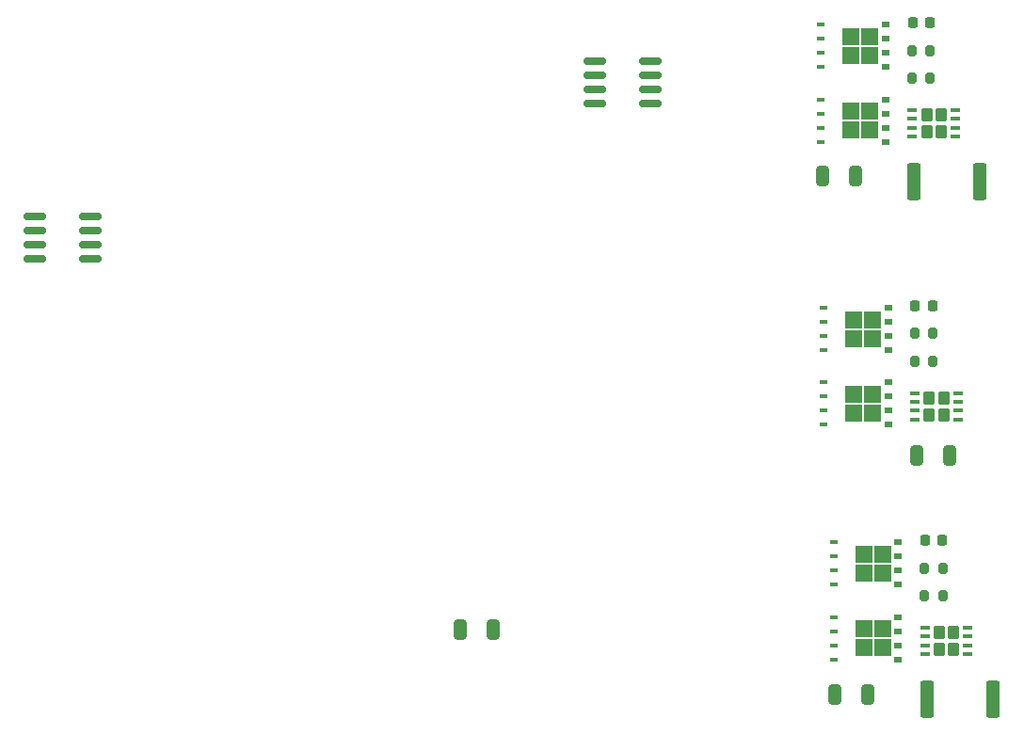
<source format=gtp>
G04 #@! TF.GenerationSoftware,KiCad,Pcbnew,(7.0.0)*
G04 #@! TF.CreationDate,2023-03-09T15:16:31+01:00*
G04 #@! TF.ProjectId,asmTest,61736d54-6573-4742-9e6b-696361645f70,rev?*
G04 #@! TF.SameCoordinates,Original*
G04 #@! TF.FileFunction,Paste,Top*
G04 #@! TF.FilePolarity,Positive*
%FSLAX46Y46*%
G04 Gerber Fmt 4.6, Leading zero omitted, Abs format (unit mm)*
G04 Created by KiCad (PCBNEW (7.0.0)) date 2023-03-09 15:16:31*
%MOMM*%
%LPD*%
G01*
G04 APERTURE LIST*
G04 Aperture macros list*
%AMRoundRect*
0 Rectangle with rounded corners*
0 $1 Rounding radius*
0 $2 $3 $4 $5 $6 $7 $8 $9 X,Y pos of 4 corners*
0 Add a 4 corners polygon primitive as box body*
4,1,4,$2,$3,$4,$5,$6,$7,$8,$9,$2,$3,0*
0 Add four circle primitives for the rounded corners*
1,1,$1+$1,$2,$3*
1,1,$1+$1,$4,$5*
1,1,$1+$1,$6,$7*
1,1,$1+$1,$8,$9*
0 Add four rect primitives between the rounded corners*
20,1,$1+$1,$2,$3,$4,$5,0*
20,1,$1+$1,$4,$5,$6,$7,0*
20,1,$1+$1,$6,$7,$8,$9,0*
20,1,$1+$1,$8,$9,$2,$3,0*%
G04 Aperture macros list end*
%ADD10RoundRect,0.250000X-0.275000X-0.355000X0.275000X-0.355000X0.275000X0.355000X-0.275000X0.355000X0*%
%ADD11RoundRect,0.075000X-0.362500X-0.075000X0.362500X-0.075000X0.362500X0.075000X-0.362500X0.075000X0*%
%ADD12RoundRect,0.250000X-0.362500X-1.425000X0.362500X-1.425000X0.362500X1.425000X-0.362500X1.425000X0*%
%ADD13RoundRect,0.200000X-0.200000X-0.275000X0.200000X-0.275000X0.200000X0.275000X-0.200000X0.275000X0*%
%ADD14R,1.500000X1.500000*%
%ADD15R,0.750000X0.500000*%
%ADD16R,0.750000X0.400000*%
%ADD17RoundRect,0.250000X-0.325000X-0.650000X0.325000X-0.650000X0.325000X0.650000X-0.325000X0.650000X0*%
%ADD18RoundRect,0.150000X0.825000X0.150000X-0.825000X0.150000X-0.825000X-0.150000X0.825000X-0.150000X0*%
%ADD19RoundRect,0.150000X-0.825000X-0.150000X0.825000X-0.150000X0.825000X0.150000X-0.825000X0.150000X0*%
%ADD20RoundRect,0.225000X-0.225000X-0.250000X0.225000X-0.250000X0.225000X0.250000X-0.225000X0.250000X0*%
G04 APERTURE END LIST*
D10*
G04 #@! TO.C,U2*
X187415000Y-82400000D03*
X187415000Y-83900000D03*
X188715000Y-82400000D03*
X188715000Y-83900000D03*
D11*
X186127500Y-81950000D03*
X186127500Y-82750000D03*
X186127500Y-83550000D03*
X186127500Y-84350000D03*
X190002500Y-84350000D03*
X190002500Y-83550000D03*
X190002500Y-82750000D03*
X190002500Y-81950000D03*
G04 #@! TD*
D12*
G04 #@! TO.C,R7*
X186075000Y-62900000D03*
X192000000Y-62900000D03*
G04 #@! TD*
D13*
G04 #@! TO.C,R5*
X187000000Y-97710000D03*
X188650000Y-97710000D03*
G04 #@! TD*
D14*
G04 #@! TO.C,Q2*
X180387499Y-56589999D03*
X180387499Y-58289999D03*
X182087499Y-56589999D03*
X182087499Y-58289999D03*
D15*
X183492499Y-55534999D03*
X183492499Y-56804999D03*
X183492499Y-58074999D03*
X183492499Y-59344999D03*
D16*
X177687499Y-55534999D03*
X177687499Y-56804999D03*
X177687499Y-58074999D03*
X177687499Y-59344999D03*
G04 #@! TD*
D17*
G04 #@! TO.C,C2*
X177832500Y-62470000D03*
X180782500Y-62470000D03*
G04 #@! TD*
D14*
G04 #@! TO.C,Q4*
X180614999Y-82059999D03*
X180614999Y-83759999D03*
X182314999Y-82059999D03*
X182314999Y-83759999D03*
D15*
X183719999Y-81004999D03*
X183719999Y-82274999D03*
X183719999Y-83544999D03*
X183719999Y-84814999D03*
D16*
X177914999Y-81004999D03*
X177914999Y-82274999D03*
X177914999Y-83544999D03*
X177914999Y-84814999D03*
G04 #@! TD*
D14*
G04 #@! TO.C,Q6*
X181514999Y-103159999D03*
X181514999Y-104859999D03*
X183214999Y-103159999D03*
X183214999Y-104859999D03*
D15*
X184619999Y-102104999D03*
X184619999Y-103374999D03*
X184619999Y-104644999D03*
X184619999Y-105914999D03*
D16*
X178814999Y-102104999D03*
X178814999Y-103374999D03*
X178814999Y-104644999D03*
X178814999Y-105914999D03*
G04 #@! TD*
D13*
G04 #@! TO.C,R2*
X185872500Y-53650000D03*
X187522500Y-53650000D03*
G04 #@! TD*
D17*
G04 #@! TO.C,C6*
X178960000Y-109040000D03*
X181910000Y-109040000D03*
G04 #@! TD*
D18*
G04 #@! TO.C,U4*
X111950000Y-69910000D03*
X111950000Y-68640000D03*
X111950000Y-67370000D03*
X111950000Y-66100000D03*
X107000000Y-66100000D03*
X107000000Y-67370000D03*
X107000000Y-68640000D03*
X107000000Y-69910000D03*
G04 #@! TD*
D14*
G04 #@! TO.C,Q1*
X180387499Y-49879999D03*
X180387499Y-51579999D03*
X182087499Y-49879999D03*
X182087499Y-51579999D03*
D15*
X183492499Y-48824999D03*
X183492499Y-50094999D03*
X183492499Y-51364999D03*
X183492499Y-52634999D03*
D16*
X177687499Y-48824999D03*
X177687499Y-50094999D03*
X177687499Y-51364999D03*
X177687499Y-52634999D03*
G04 #@! TD*
D19*
G04 #@! TO.C,U5*
X157355000Y-52125000D03*
X157355000Y-53395000D03*
X157355000Y-54665000D03*
X157355000Y-55935000D03*
X162305000Y-55935000D03*
X162305000Y-54665000D03*
X162305000Y-53395000D03*
X162305000Y-52125000D03*
G04 #@! TD*
D20*
G04 #@! TO.C,C3*
X186150000Y-74100000D03*
X187700000Y-74100000D03*
G04 #@! TD*
D17*
G04 #@! TO.C,C10*
X145250000Y-103200000D03*
X148200000Y-103200000D03*
G04 #@! TD*
D13*
G04 #@! TO.C,R4*
X186100000Y-79120000D03*
X187750000Y-79120000D03*
G04 #@! TD*
D17*
G04 #@! TO.C,C4*
X186270000Y-87600000D03*
X189220000Y-87600000D03*
G04 #@! TD*
D20*
G04 #@! TO.C,C1*
X185922500Y-48630000D03*
X187472500Y-48630000D03*
G04 #@! TD*
D13*
G04 #@! TO.C,R1*
X185872500Y-51140000D03*
X187522500Y-51140000D03*
G04 #@! TD*
D20*
G04 #@! TO.C,C5*
X187050000Y-95200000D03*
X188600000Y-95200000D03*
G04 #@! TD*
D10*
G04 #@! TO.C,U1*
X187187500Y-56930000D03*
X187187500Y-58430000D03*
X188487500Y-56930000D03*
X188487500Y-58430000D03*
D11*
X185900000Y-56480000D03*
X185900000Y-57280000D03*
X185900000Y-58080000D03*
X185900000Y-58880000D03*
X189775000Y-58880000D03*
X189775000Y-58080000D03*
X189775000Y-57280000D03*
X189775000Y-56480000D03*
G04 #@! TD*
D13*
G04 #@! TO.C,R3*
X186100000Y-76610000D03*
X187750000Y-76610000D03*
G04 #@! TD*
D10*
G04 #@! TO.C,U3*
X188315000Y-103500000D03*
X188315000Y-105000000D03*
X189615000Y-103500000D03*
X189615000Y-105000000D03*
D11*
X187027500Y-103050000D03*
X187027500Y-103850000D03*
X187027500Y-104650000D03*
X187027500Y-105450000D03*
X190902500Y-105450000D03*
X190902500Y-104650000D03*
X190902500Y-103850000D03*
X190902500Y-103050000D03*
G04 #@! TD*
D13*
G04 #@! TO.C,R6*
X187000000Y-100220000D03*
X188650000Y-100220000D03*
G04 #@! TD*
D14*
G04 #@! TO.C,Q5*
X181514999Y-96449999D03*
X181514999Y-98149999D03*
X183214999Y-96449999D03*
X183214999Y-98149999D03*
D15*
X184619999Y-95394999D03*
X184619999Y-96664999D03*
X184619999Y-97934999D03*
X184619999Y-99204999D03*
D16*
X178814999Y-95394999D03*
X178814999Y-96664999D03*
X178814999Y-97934999D03*
X178814999Y-99204999D03*
G04 #@! TD*
D14*
G04 #@! TO.C,Q3*
X180614999Y-75349999D03*
X180614999Y-77049999D03*
X182314999Y-75349999D03*
X182314999Y-77049999D03*
D15*
X183719999Y-74294999D03*
X183719999Y-75564999D03*
X183719999Y-76834999D03*
X183719999Y-78104999D03*
D16*
X177914999Y-74294999D03*
X177914999Y-75564999D03*
X177914999Y-76834999D03*
X177914999Y-78104999D03*
G04 #@! TD*
D12*
G04 #@! TO.C,R8*
X187202500Y-109470000D03*
X193127500Y-109470000D03*
G04 #@! TD*
M02*

</source>
